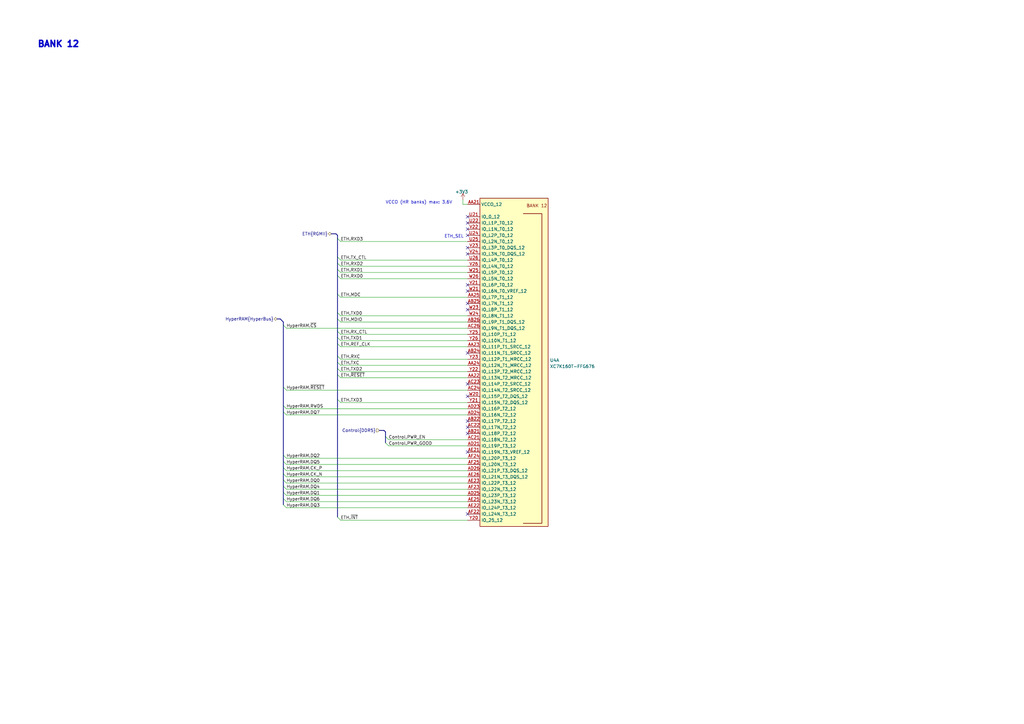
<source format=kicad_sch>
(kicad_sch (version 20230121) (generator eeschema)
  (paper "A3")
  (title_block (title "SO-DIMM DDR5 Tester") (date "2024-04-23") (rev "1.2.0") (comment 1 "www.antmicro.com") (comment 2 "Antmicro Ltd"))
  (no_connect (at 191.77 88.9))
  (no_connect (at 191.77 93.98))
  (no_connect (at 191.77 124.46))
  (no_connect (at 191.77 104.14))
  (no_connect (at 191.77 175.26))
  (no_connect (at 191.77 185.42))
  (no_connect (at 191.77 210.82))
  (no_connect (at 191.77 172.72))
  (no_connect (at 191.77 162.56))
  (no_connect (at 191.77 144.78))
  (no_connect (at 191.77 101.6))
  (no_connect (at 191.77 96.52))
  (no_connect (at 191.77 116.84))
  (no_connect (at 191.77 157.48))
  (no_connect (at 191.77 119.38))
  (no_connect (at 191.77 177.8))
  (no_connect (at 191.77 127))
  (no_connect (at 191.77 91.44))
  (bus_entry (at 138.43 153.67) (size 1.27 1.27))
  (bus_entry (at 116.205 133.35) (size 1.27 1.27))
  (bus_entry (at 138.43 151.13) (size 1.27 1.27))
  (bus_entry (at 116.205 166.37) (size 1.27 1.27))
  (bus_entry (at 138.43 212.09) (size 1.27 1.27))
  (bus_entry (at 116.205 158.75) (size 1.27 1.27))
  (bus_entry (at 138.43 128.27) (size 1.27 1.27))
  (bus_entry (at 138.43 105.41) (size 1.27 1.27))
  (bus_entry (at 138.43 146.05) (size 1.27 1.27))
  (bus_entry (at 138.43 148.59) (size 1.27 1.27))
  (bus_entry (at 116.205 204.47) (size 1.27 1.27))
  (bus_entry (at 138.43 140.97) (size 1.27 1.27))
  (bus_entry (at 116.205 191.77) (size 1.27 1.27))
  (bus_entry (at 116.205 189.23) (size 1.27 1.27))
  (bus_entry (at 138.43 120.65) (size 1.27 1.27))
  (bus_entry (at 138.43 97.79) (size 1.27 1.27))
  (bus_entry (at 138.43 107.95) (size 1.27 1.27))
  (bus_entry (at 138.43 163.83) (size 1.27 1.27))
  (bus_entry (at 116.205 207.01) (size 1.27 1.27))
  (bus_entry (at 158.115 181.61) (size 1.27 1.27))
  (bus_entry (at 138.43 130.81) (size 1.27 1.27))
  (bus_entry (at 116.205 168.91) (size 1.27 1.27))
  (bus_entry (at 138.43 135.89) (size 1.27 1.27))
  (bus_entry (at 116.205 196.85) (size 1.27 1.27))
  (bus_entry (at 158.115 179.07) (size 1.27 1.27))
  (bus_entry (at 116.205 186.69) (size 1.27 1.27))
  (bus_entry (at 116.205 194.31) (size 1.27 1.27))
  (bus_entry (at 116.205 201.93) (size 1.27 1.27))
  (bus_entry (at 138.43 138.43) (size 1.27 1.27))
  (bus_entry (at 138.43 110.49) (size 1.27 1.27))
  (bus_entry (at 116.205 199.39) (size 1.27 1.27))
  (bus_entry (at 138.43 113.03) (size 1.27 1.27))
  (bus (pts (xy 116.205 201.93) (xy 116.205 204.47)))
  (wire (pts (xy 139.7 114.3) (xy 191.77 114.3)))
  (wire (pts (xy 139.7 129.54) (xy 191.77 129.54)))
  (wire (pts (xy 139.7 132.08) (xy 191.77 132.08)))
  (bus (pts (xy 157.48 176.53) (xy 158.115 177.165)))
  (bus (pts (xy 138.43 151.13) (xy 138.43 153.67)))
  (wire (pts (xy 117.475 190.5) (xy 191.77 190.5)))
  (bus (pts (xy 138.43 97.79) (xy 138.43 105.41)))
  (bus (pts (xy 138.43 113.03) (xy 138.43 120.65)))
  (bus (pts (xy 116.205 186.69) (xy 116.205 189.23)))
  (bus (pts (xy 116.205 132.08) (xy 116.205 133.35)))
  (wire (pts (xy 139.7 154.94) (xy 191.77 154.94)))
  (wire (pts (xy 117.475 203.2) (xy 191.77 203.2)))
  (bus (pts (xy 137.795 95.885) (xy 138.43 96.52)))
  (wire (pts (xy 189.865 81.915) (xy 189.865 83.82)))
  (wire (pts (xy 139.7 147.32) (xy 191.77 147.32)))
  (bus (pts (xy 138.43 110.49) (xy 138.43 113.03)))
  (bus (pts (xy 138.43 96.52) (xy 138.43 97.79)))
  (bus (pts (xy 138.43 148.59) (xy 138.43 151.13)))
  (wire (pts (xy 117.475 198.12) (xy 191.77 198.12)))
  (bus (pts (xy 116.205 166.37) (xy 116.205 168.91)))
  (bus (pts (xy 116.205 204.47) (xy 116.205 207.01)))
  (wire (pts (xy 139.7 137.16) (xy 191.77 137.16)))
  (wire (pts (xy 139.7 121.92) (xy 191.77 121.92)))
  (wire (pts (xy 139.7 152.4) (xy 191.77 152.4)))
  (bus (pts (xy 158.115 177.165) (xy 158.115 179.07)))
  (bus (pts (xy 138.43 105.41) (xy 138.43 107.95)))
  (bus (pts (xy 113.665 130.81) (xy 114.935 130.81)))
  (bus (pts (xy 116.205 194.31) (xy 116.205 196.85)))
  (bus (pts (xy 116.205 199.39) (xy 116.205 201.93)))
  (wire (pts (xy 139.7 165.1) (xy 191.77 165.1)))
  (wire (pts (xy 159.385 182.88) (xy 191.77 182.88)))
  (wire (pts (xy 139.7 99.06) (xy 191.77 99.06)))
  (wire (pts (xy 139.7 139.7) (xy 191.77 139.7)))
  (wire (pts (xy 139.7 111.76) (xy 191.77 111.76)))
  (wire (pts (xy 117.475 134.62) (xy 191.77 134.62)))
  (bus (pts (xy 138.43 135.89) (xy 138.43 138.43)))
  (bus (pts (xy 138.43 138.43) (xy 138.43 140.97)))
  (wire (pts (xy 117.475 193.04) (xy 191.77 193.04)))
  (bus (pts (xy 116.205 191.77) (xy 116.205 194.31)))
  (bus (pts (xy 138.43 107.95) (xy 138.43 110.49)))
  (bus (pts (xy 138.43 120.65) (xy 138.43 128.27)))
  (bus (pts (xy 116.205 168.91) (xy 116.205 186.69)))
  (wire (pts (xy 139.7 142.24) (xy 191.77 142.24)))
  (bus (pts (xy 138.43 128.27) (xy 138.43 130.81)))
  (wire (pts (xy 117.475 200.66) (xy 191.77 200.66)))
  (bus (pts (xy 138.43 130.81) (xy 138.43 135.89)))
  (bus (pts (xy 116.205 189.23) (xy 116.205 191.77)))
  (bus (pts (xy 138.43 163.83) (xy 138.43 212.09)))
  (wire (pts (xy 117.475 187.96) (xy 191.77 187.96)))
  (bus (pts (xy 116.205 158.75) (xy 116.205 166.37)))
  (wire (pts (xy 117.475 208.28) (xy 191.77 208.28)))
  (wire (pts (xy 139.7 213.36) (xy 191.77 213.36)))
  (bus (pts (xy 138.43 146.05) (xy 138.43 148.59)))
  (wire (pts (xy 159.385 180.34) (xy 191.77 180.34)))
  (bus (pts (xy 116.205 133.35) (xy 116.205 158.75)))
  (wire (pts (xy 139.7 106.68) (xy 191.77 106.68)))
  (wire (pts (xy 117.475 160.02) (xy 191.77 160.02)))
  (wire (pts (xy 117.475 195.58) (xy 191.77 195.58)))
  (bus (pts (xy 135.89 95.885) (xy 137.795 95.885)))
  (wire (pts (xy 117.475 170.18) (xy 191.77 170.18)))
  (bus (pts (xy 138.43 140.97) (xy 138.43 146.05)))
  (bus (pts (xy 138.43 153.67) (xy 138.43 163.83)))
  (wire (pts (xy 189.865 83.82) (xy 191.77 83.82)))
  (bus (pts (xy 158.115 179.07) (xy 158.115 181.61)))
  (wire (pts (xy 139.7 109.22) (xy 191.77 109.22)))
  (bus (pts (xy 116.205 196.85) (xy 116.205 199.39)))
  (bus (pts (xy 155.575 176.53) (xy 157.48 176.53)))
  (wire (pts (xy 139.7 149.86) (xy 191.77 149.86)))
  (bus (pts (xy 114.935 130.81) (xy 116.205 132.08)))
  (wire (pts (xy 117.475 167.64) (xy 191.77 167.64)))
  (wire (pts (xy 117.475 205.74) (xy 191.77 205.74)))
  (text "ETH_SEL" (at 182.245 97.79 0) (effects (font (size 1.27 1.27)) (justify left bottom)))
  (text "BANK 12" (at 15.24 19.685 0) (effects (font (size 2.54 2.54) (thickness 0.5994) bold) (justify left bottom)))
  (text "VCCO (HR banks) max: 3.6V" (at 158.115 83.82 0) (effects (font (size 1.27 1.27)) (justify left bottom)))
  (label "Control.PWR_GOOD" (at 159.385 182.88 0))
  (label "ETH.TX_CTL" (at 139.7 106.68 0))
  (label "ETH.MDC" (at 139.7 121.92 0))
  (label "ETH.TXD2" (at 139.7 152.4 0))
  (label "ETH.MDIO" (at 139.7 132.08 0))
  (label "ETH.RXD2" (at 139.7 109.22 0))
  (label "ETH.RXD0" (at 139.7 114.3 0))
  (label "HyperRAM.DQ4" (at 117.475 200.66 0))
  (label "HyperRAM.CK_N" (at 117.475 195.58 0))
  (label "HyperRAM.RWDS" (at 117.475 167.64 0))
  (label "ETH.RX_CTL" (at 139.7 137.16 0))
  (label "HyperRAM.DQ6" (at 117.475 205.74 0))
  (label "ETH.RXD1" (at 139.7 111.76 0))
  (label "ETH.~{RESET}" (at 139.7 154.94 0))
  (label "ETH.TXD3" (at 139.7 165.1 0))
  (label "ETH.TXD1" (at 139.7 139.7 0))
  (label "HyperRAM.DQ0" (at 117.475 198.12 0))
  (label "ETH.REF_CLK" (at 139.7 142.24 0))
  (label "HyperRAM.~{CS}" (at 117.475 134.62 0))
  (label "ETH.TXC" (at 139.7 149.86 0))
  (label "HyperRAM.CK_P" (at 117.475 193.04 0))
  (label "HyperRAM.DQ3" (at 117.475 208.28 0))
  (label "HyperRAM.~{RESET}" (at 117.475 160.02 0))
  (label "HyperRAM.DQ7" (at 117.475 170.18 0))
  (label "ETH.TXD0" (at 139.7 129.54 0))
  (label "ETH.RXD3" (at 139.7 99.06 0))
  (label "HyperRAM.DQ5" (at 117.475 190.5 0))
  (label "HyperRAM.DQ2" (at 117.475 187.96 0))
  (label "ETH.~{INT}" (at 139.7 213.36 0))
  (label "ETH.RXC" (at 139.7 147.32 0))
  (label "HyperRAM.DQ1" (at 117.475 203.2 0))
  (label "Control.PWR_EN" (at 159.385 180.34 0))
  (hierarchical_label "Control{DDR5}" (shape input) (at 155.575 176.53 180))
  (hierarchical_label "ETH{RGMII}" (shape bidirectional) (at 135.89 95.885 180))
  (hierarchical_label "HyperRAM{HyperBus}" (shape bidirectional) (at 113.665 130.81 180))
  (symbol (lib_id "antmicropower:+3V3") (at 189.865 81.915 0) (unit 1)
    (property "Reference" "#PWR0425" (effects hide))
    (property "Value" "+3V3" (at 186.69 79.375 0) (effects (justify left bottom)))
    (property "Author" "Antmicro" (effects hide))
    (property "License" "Apache-2.0" (effects hide))
  )
  (symbol (lib_id "antmicroFPGAChips:XC7K160T-FFG676") (at 191.77 83.82 0) (unit 1)
    (property "Reference" "U4" (at 225.552 147.7594 0) (effects (justify left)))
    (property "Value" "XC7K160T-FFG676" (at 225.552 150.2897 0) (effects (justify left)))
    (property "Footprint" "antmicro-footprints:BGA-676_27x27mm_Layout26x26_P1x1mm_FFG676" (effects hide))
    (property "Datasheet" "https://docs.xilinx.com/v/u/en-US/ds180_7Series_Overview" (effects hide))
    (property "MPN" "XC7K160T-FFG676" (effects hide))
    (property "Author" "Antmicro" (effects hide))
    (property "License" "Apache-2.0" (effects hide))
    (property "Manufacturer" "AMD-Xilinx" (effects hide))
  )
)
</source>
